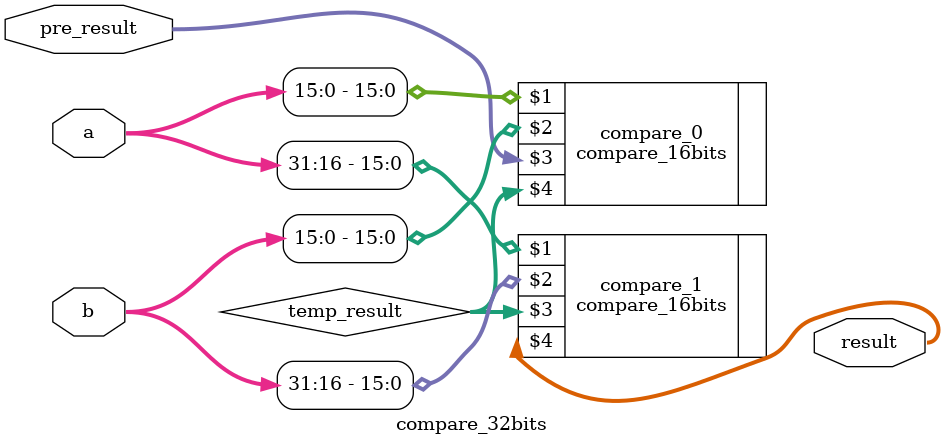
<source format=v>
`timescale 1ns / 1ps

module compare_32bits(a,b,pre_result,result);
    input [31:0] a;
    input [31:0] b;
    input [2:0] pre_result;
    output [2:0] result;
    
    wire [2:0]temp_result;
    //compare_16bits(a,b,pre_result,result);
    compare_16bits compare_0(a[15:0],b[15:0],pre_result,temp_result);
    compare_16bits compare_1(a[31:16],b[31:16],temp_result,result);
    
endmodule

</source>
